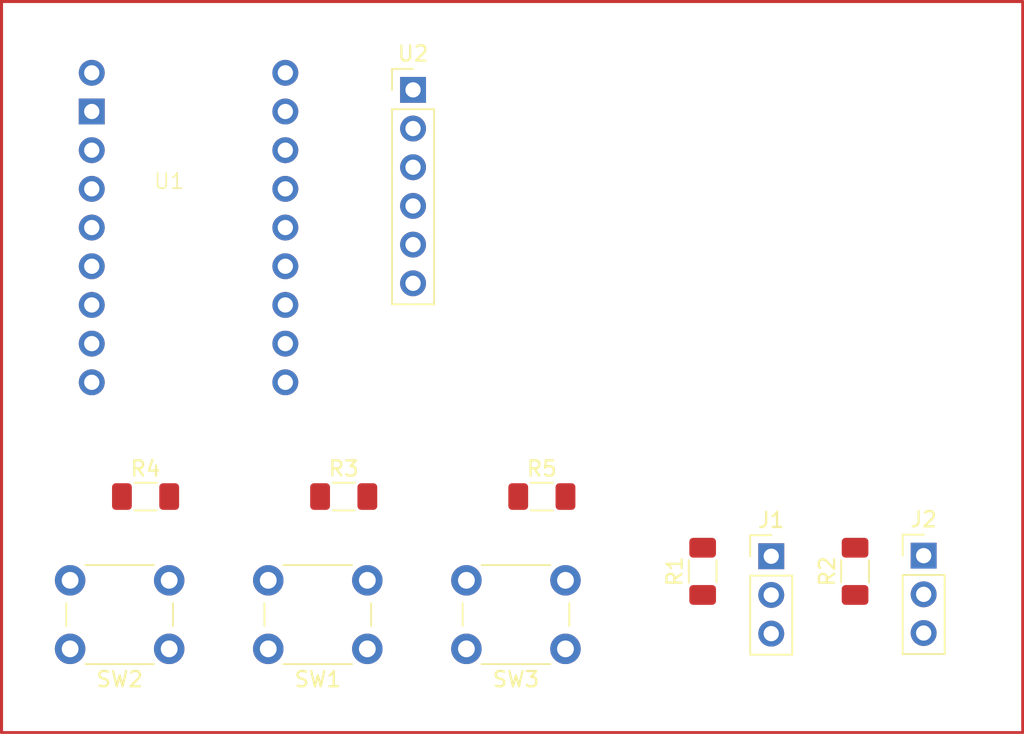
<source format=kicad_pcb>
(kicad_pcb (version 20241229) (generator "pcbnew") (generator_version "9.0")
  (layers (0 "F.Cu" signal) (2 "B.Cu" signal) (13 "F.Paste" user) (15 "B.Paste" user) (5 "F.SilkS" user "F.Silkscreen") (7 "B.SilkS" user "B.Silkscreen") (1 "F.Mask" user) (3 "B.Mask" user) (25 "Edge.Cuts" user))
  (net 0 "")
  (net 1 "GND")
  (net 2 "+3.3V")
  (net 3 "RING_OUTER")
  (net 4 "RING_INNER")
  (net 5 "SW_MODE")
  (net 6 "SW_UP")
  (net 7 "SW_DOWN")
  (net 12 "SCL")
  (net 18 "SDA")
  (footprint "Resistor_SMD:R_1206_3216Metric_Pad1.30x1.75mm_HandSolder" (layer "F.Cu") (at 80.45 62.5)
    (property "Reference" "R5" (at 0 -1.83 0) (layer "F.SilkS"))
    (property "Value" "R_Small")
    (fp_line (start -0.727064 -0.91) (end 0.727064 -0.91) (stroke (width 0.12)) (layer "F.SilkS"))
    (fp_line (start -0.727064 0.91) (end 0.727064 0.91) (stroke (width 0.12)) (layer "F.SilkS"))
    (pad "1" smd roundrect (at -1.55 0) (size 1.3 1.75) (layers "F.Cu" "F.Mask" "F.Paste") (roundrect_rratio 0.192308) (net 2 "+3.3V"))
    (pad "2" smd roundrect (at 1.55 0) (size 1.3 1.75) (layers "F.Cu" "F.Mask" "F.Paste") (roundrect_rratio 0.192308) (net 7 "SW_DOWN"))
  )
  (footprint "Button_Switch_THT:SW_PUSH_6mm" (layer "F.Cu") (at 82 72.5 180)
    (property "Reference" "SW3" (at 3.25 -2 0) (layer "F.SilkS"))
    (property "Value" "SW_DOWN")
    (fp_line (start 6.75 3) (end 6.75 1.5) (stroke (width 0.12)) (layer "F.SilkS"))
    (fp_line (start 5.5 -1) (end 1 -1) (stroke (width 0.12)) (layer "F.SilkS"))
    (fp_line (start 1 5.5) (end 5.5 5.5) (stroke (width 0.12)) (layer "F.SilkS"))
    (fp_line (start -0.25 1.5) (end -0.25 3) (stroke (width 0.12)) (layer "F.SilkS"))
    (pad "1" thru_hole circle (at 0 0 270) (size 2 2) (drill 1.1) (layers "*.Cu" "*.Mask") (net 1 "GND"))
    (pad "1" thru_hole circle (at 6.5 0 270) (size 2 2) (drill 1.1) (layers "*.Cu" "*.Mask") (net 1 "GND"))
    (pad "2" thru_hole circle (at 0 4.5 270) (size 2 2) (drill 1.1) (layers "*.Cu" "*.Mask") (net 7 "SW_DOWN"))
    (pad "2" thru_hole circle (at 6.5 4.5 270) (size 2 2) (drill 1.1) (layers "*.Cu" "*.Mask") (net 7 "SW_DOWN"))
  )
  (footprint "Resistor_SMD:R_1206_3216Metric_Pad1.30x1.75mm_HandSolder" (layer "F.Cu") (at 67.45 62.5)
    (property "Reference" "R3" (at 0 -1.83 0) (layer "F.SilkS"))
    (property "Value" "R_Small")
    (fp_line (start -0.727064 -0.91) (end 0.727064 -0.91) (stroke (width 0.12)) (layer "F.SilkS"))
    (fp_line (start -0.727064 0.91) (end 0.727064 0.91) (stroke (width 0.12)) (layer "F.SilkS"))
    (pad "1" smd roundrect (at -1.55 0) (size 1.3 1.75) (layers "F.Cu" "F.Mask" "F.Paste") (roundrect_rratio 0.192308) (net 2 "+3.3V"))
    (pad "2" smd roundrect (at 1.55 0) (size 1.3 1.75) (layers "F.Cu" "F.Mask" "F.Paste") (roundrect_rratio 0.192308) (net 5 "SW_MODE"))
  )
  (footprint "Resistor_SMD:R_1206_3216Metric_Pad1.30x1.75mm_HandSolder" (layer "F.Cu") (at 91 67.41 90)
    (property "Reference" "R1" (at 0 -1.83 90) (layer "F.SilkS"))
    (property "Value" "R_Small")
    (fp_line (start -0.727064 -0.91) (end 0.727064 -0.91) (stroke (width 0.12)) (layer "F.SilkS"))
    (fp_line (start -0.727064 0.91) (end 0.727064 0.91) (stroke (width 0.12)) (layer "F.SilkS"))
    (pad "1" smd roundrect (at -1.55 0 90) (size 1.3 1.75) (layers "F.Cu" "F.Mask" "F.Paste") (roundrect_rratio 0.192308) (net 3 "RING_OUTER"))
    (pad "2" smd roundrect (at 1.55 0 90) (size 1.3 1.75) (layers "F.Cu" "F.Mask" "F.Paste") (roundrect_rratio 0.192308) (net 1 "GND"))
  )
  (footprint "Button_Switch_THT:SW_PUSH_6mm" (layer "F.Cu") (at 69 72.5 180)
    (property "Reference" "SW1" (at 3.25 -2 0) (layer "F.SilkS"))
    (property "Value" "SW_MODE")
    (fp_line (start 6.75 3) (end 6.75 1.5) (stroke (width 0.12)) (layer "F.SilkS"))
    (fp_line (start 5.5 -1) (end 1 -1) (stroke (width 0.12)) (layer "F.SilkS"))
    (fp_line (start 1 5.5) (end 5.5 5.5) (stroke (width 0.12)) (layer "F.SilkS"))
    (fp_line (start -0.25 1.5) (end -0.25 3) (stroke (width 0.12)) (layer "F.SilkS"))
    (pad "1" thru_hole circle (at 0 0 270) (size 2 2) (drill 1.1) (layers "*.Cu" "*.Mask") (net 1 "GND"))
    (pad "1" thru_hole circle (at 6.5 0 270) (size 2 2) (drill 1.1) (layers "*.Cu" "*.Mask") (net 1 "GND"))
    (pad "2" thru_hole circle (at 0 4.5 270) (size 2 2) (drill 1.1) (layers "*.Cu" "*.Mask") (net 5 "SW_MODE"))
    (pad "2" thru_hole circle (at 6.5 4.5 270) (size 2 2) (drill 1.1) (layers "*.Cu" "*.Mask") (net 5 "SW_MODE"))
  )
  (footprint "Resistor_SMD:R_1206_3216Metric_Pad1.30x1.75mm_HandSolder" (layer "F.Cu") (at 54.45 62.5)
    (property "Reference" "R4" (at 0 -1.83 0) (layer "F.SilkS"))
    (property "Value" "R_Small")
    (fp_line (start -0.727064 -0.91) (end 0.727064 -0.91) (stroke (width 0.12)) (layer "F.SilkS"))
    (fp_line (start -0.727064 0.91) (end 0.727064 0.91) (stroke (width 0.12)) (layer "F.SilkS"))
    (pad "1" smd roundrect (at -1.55 0) (size 1.3 1.75) (layers "F.Cu" "F.Mask" "F.Paste") (roundrect_rratio 0.192308) (net 2 "+3.3V"))
    (pad "2" smd roundrect (at 1.55 0) (size 1.3 1.75) (layers "F.Cu" "F.Mask" "F.Paste") (roundrect_rratio 0.192308) (net 6 "SW_UP"))
  )
  (footprint "Button_Switch_THT:SW_PUSH_6mm" (layer "F.Cu") (at 56 72.5 180)
    (property "Reference" "SW2" (at 3.25 -2 0) (layer "F.SilkS"))
    (property "Value" "SW_UP")
    (fp_line (start 6.75 3) (end 6.75 1.5) (stroke (width 0.12)) (layer "F.SilkS"))
    (fp_line (start 5.5 -1) (end 1 -1) (stroke (width 0.12)) (layer "F.SilkS"))
    (fp_line (start 1 5.5) (end 5.5 5.5) (stroke (width 0.12)) (layer "F.SilkS"))
    (fp_line (start -0.25 1.5) (end -0.25 3) (stroke (width 0.12)) (layer "F.SilkS"))
    (pad "1" thru_hole circle (at 0 0 270) (size 2 2) (drill 1.1) (layers "*.Cu" "*.Mask") (net 1 "GND"))
    (pad "1" thru_hole circle (at 6.5 0 270) (size 2 2) (drill 1.1) (layers "*.Cu" "*.Mask") (net 1 "GND"))
    (pad "2" thru_hole circle (at 0 4.5 270) (size 2 2) (drill 1.1) (layers "*.Cu" "*.Mask") (net 6 "SW_UP"))
    (pad "2" thru_hole circle (at 6.5 4.5 270) (size 2 2) (drill 1.1) (layers "*.Cu" "*.Mask") (net 6 "SW_UP"))
  )
  (footprint "Connector_PinHeader_2.54mm:PinHeader_1x03_P2.54mm_Vertical" (layer "F.Cu") (at 95.5 66.42)
    (property "Reference" "J1" (at 0 -2.38 0) (layer "F.SilkS"))
    (property "Value" "Conn_01x03")
    (fp_line (start -1.38 -1.38) (end 0 -1.38) (stroke (width 0.12)) (layer "F.SilkS"))
    (fp_line (start -1.38 0) (end -1.38 -1.38) (stroke (width 0.12)) (layer "F.SilkS"))
    (fp_line (start -1.38 1.27) (end -1.38 6.46) (stroke (width 0.12)) (layer "F.SilkS"))
    (fp_line (start -1.38 1.27) (end 1.38 1.27) (stroke (width 0.12)) (layer "F.SilkS"))
    (fp_line (start -1.38 6.46) (end 1.38 6.46) (stroke (width 0.12)) (layer "F.SilkS"))
    (fp_line (start 1.38 1.27) (end 1.38 6.46) (stroke (width 0.12)) (layer "F.SilkS"))
    (pad "1" thru_hole rect (at 0 0) (size 1.7 1.7) (drill 1) (layers "*.Cu" "*.Mask") (net 1 "GND"))
    (pad "2" thru_hole circle (at 0 2.54) (size 1.7 1.7) (drill 1) (layers "*.Cu" "*.Mask") (net 3 "RING_OUTER"))
    (pad "3" thru_hole circle (at 0 5.08) (size 1.7 1.7) (drill 1) (layers "*.Cu" "*.Mask") (net 2 "+3.3V"))
  )
  (footprint "Waveshare:Waveshare_ESP32_C3_Zero" (layer "F.Cu") (at 56 42.3)
    (property "Reference" "U1" (at 0 -0.5 0) (layer "F.SilkS") (effects (font (thickness 0.1))))
    (property "Value" "~")
    (pad "1" thru_hole circle (at -5.08 -7.62) (size 1.7 1.7) (drill 1) (layers "*.Cu" "*.Mask"))
    (pad "2" thru_hole rect (at -5.08 -5.08) (size 1.7 1.7) (drill 1) (layers "*.Cu" "*.Mask") (net 2 "+3.3V"))
    (pad "3" thru_hole circle (at -5.08 -2.54) (size 1.7 1.7) (drill 1) (layers "*.Cu" "*.Mask") (net 1 "GND"))
    (pad "4" thru_hole circle (at -5.08 0) (size 1.7 1.7) (drill 1) (layers "*.Cu" "*.Mask"))
    (pad "5" thru_hole circle (at -5.08 2.54) (size 1.7 1.7) (drill 1) (layers "*.Cu" "*.Mask"))
    (pad "6" thru_hole circle (at -5.08 5.08) (size 1.7 1.7) (drill 1) (layers "*.Cu" "*.Mask"))
    (pad "7" thru_hole circle (at -5.08 7.62) (size 1.7 1.7) (drill 1) (layers "*.Cu" "*.Mask"))
    (pad "8" thru_hole circle (at -5.08 10.16) (size 1.7 1.7) (drill 1) (layers "*.Cu" "*.Mask") (net 4 "RING_INNER"))
    (pad "9" thru_hole circle (at -5.08 12.7) (size 1.7 1.7) (drill 1) (layers "*.Cu" "*.Mask") (net 3 "RING_OUTER"))
    (pad "10" thru_hole circle (at 7.62 12.7) (size 1.7 1.7) (drill 1) (layers "*.Cu" "*.Mask") (net 18 "SDA"))
    (pad "11" thru_hole circle (at 7.62 10.16) (size 1.7 1.7) (drill 1) (layers "*.Cu" "*.Mask") (net 12 "SCL"))
    (pad "12" thru_hole circle (at 7.62 7.62) (size 1.7 1.7) (drill 1) (layers "*.Cu" "*.Mask") (net 5 "SW_MODE"))
    (pad "13" thru_hole circle (at 7.62 5.08) (size 1.7 1.7) (drill 1) (layers "*.Cu" "*.Mask") (net 6 "SW_UP"))
    (pad "14" thru_hole circle (at 7.62 2.54) (size 1.7 1.7) (drill 1) (layers "*.Cu" "*.Mask") (net 7 "SW_DOWN"))
    (pad "15" thru_hole circle (at 7.62 0) (size 1.7 1.7) (drill 1) (layers "*.Cu" "*.Mask"))
    (pad "16" thru_hole circle (at 7.62 -2.54) (size 1.7 1.7) (drill 1) (layers "*.Cu" "*.Mask"))
    (pad "17" thru_hole circle (at 7.62 -5.08) (size 1.7 1.7) (drill 1) (layers "*.Cu" "*.Mask"))
    (pad "18" thru_hole circle (at 7.62 -7.62) (size 1.7 1.7) (drill 1) (layers "*.Cu" "*.Mask"))
  )
  (footprint "Connector_PinHeader_2.54mm:PinHeader_1x03_P2.54mm_Vertical" (layer "F.Cu") (at 105.5 66.38)
    (property "Reference" "J2" (at 0 -2.38 0) (layer "F.SilkS"))
    (property "Value" "Conn_01x03")
    (fp_line (start -1.38 -1.38) (end 0 -1.38) (stroke (width 0.12)) (layer "F.SilkS"))
    (fp_line (start -1.38 0) (end -1.38 -1.38) (stroke (width 0.12)) (layer "F.SilkS"))
    (fp_line (start -1.38 1.27) (end -1.38 6.46) (stroke (width 0.12)) (layer "F.SilkS"))
    (fp_line (start -1.38 1.27) (end 1.38 1.27) (stroke (width 0.12)) (layer "F.SilkS"))
    (fp_line (start -1.38 6.46) (end 1.38 6.46) (stroke (width 0.12)) (layer "F.SilkS"))
    (fp_line (start 1.38 1.27) (end 1.38 6.46) (stroke (width 0.12)) (layer "F.SilkS"))
    (pad "1" thru_hole rect (at 0 0) (size 1.7 1.7) (drill 1) (layers "*.Cu" "*.Mask") (net 1 "GND"))
    (pad "2" thru_hole circle (at 0 2.54) (size 1.7 1.7) (drill 1) (layers "*.Cu" "*.Mask") (net 4 "RING_INNER"))
    (pad "3" thru_hole circle (at 0 5.08) (size 1.7 1.7) (drill 1) (layers "*.Cu" "*.Mask") (net 2 "+3.3V"))
  )
  (footprint "Resistor_SMD:R_1206_3216Metric_Pad1.30x1.75mm_HandSolder" (layer "F.Cu") (at 101 67.41 90)
    (property "Reference" "R2" (at 0 -1.83 90) (layer "F.SilkS"))
    (property "Value" "R_Small")
    (fp_line (start -0.727064 -0.91) (end 0.727064 -0.91) (stroke (width 0.12)) (layer "F.SilkS"))
    (fp_line (start -0.727064 0.91) (end 0.727064 0.91) (stroke (width 0.12)) (layer "F.SilkS"))
    (pad "1" smd roundrect (at -1.55 0 90) (size 1.3 1.75) (layers "F.Cu" "F.Mask" "F.Paste") (roundrect_rratio 0.192308) (net 4 "RING_INNER"))
    (pad "2" smd roundrect (at 1.55 0 90) (size 1.3 1.75) (layers "F.Cu" "F.Mask" "F.Paste") (roundrect_rratio 0.192308) (net 1 "GND"))
  )
  (footprint "Connector_PinHeader_2.54mm:PinHeader_1x06_P2.54mm_Vertical" (layer "F.Cu") (at 72 35.8)
    (property "Reference" "U2" (at 0 -2.38 0) (layer "F.SilkS"))
    (property "Value" "~")
    (fp_line (start -1.38 -1.38) (end 0 -1.38) (stroke (width 0.12)) (layer "F.SilkS"))
    (fp_line (start -1.38 0) (end -1.38 -1.38) (stroke (width 0.12)) (layer "F.SilkS"))
    (fp_line (start -1.38 1.27) (end -1.38 14.08) (stroke (width 0.12)) (layer "F.SilkS"))
    (fp_line (start -1.38 1.27) (end 1.38 1.27) (stroke (width 0.12)) (layer "F.SilkS"))
    (fp_line (start -1.38 14.08) (end 1.38 14.08) (stroke (width 0.12)) (layer "F.SilkS"))
    (fp_line (start 1.38 1.27) (end 1.38 14.08) (stroke (width 0.12)) (layer "F.SilkS"))
    (pad "1" thru_hole rect (at 0 0) (size 1.7 1.7) (drill 1) (layers "*.Cu" "*.Mask"))
    (pad "2" thru_hole circle (at 0 2.54) (size 1.7 1.7) (drill 1) (layers "*.Cu" "*.Mask"))
    (pad "3" thru_hole circle (at 0 5.08) (size 1.7 1.7) (drill 1) (layers "*.Cu" "*.Mask") (net 18 "SDA"))
    (pad "4" thru_hole circle (at 0 7.62) (size 1.7 1.7) (drill 1) (layers "*.Cu" "*.Mask") (net 12 "SCL"))
    (pad "5" thru_hole circle (at 0 10.16) (size 1.7 1.7) (drill 1) (layers "*.Cu" "*.Mask") (net 2 "+3.3V"))
    (pad "6" thru_hole circle (at 0 12.7) (size 1.7 1.7) (drill 1) (layers "*.Cu" "*.Mask") (net 1 "GND"))
  )
  (gr_rect (start 45 30) (end 112 78) (stroke (width 0.2)) (fill no) (layer "F.Cu"))
)
</source>
